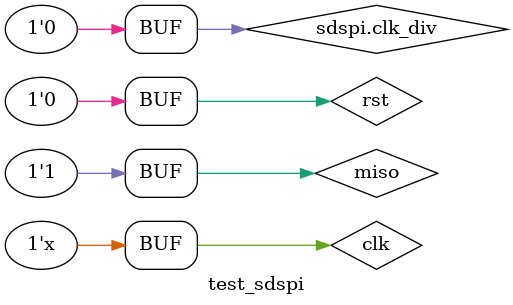
<source format=v>

/*
 *  Copyright (c) 2009  Zeus Gomez Marmolejo <zeus@opencores.org>
 *
 *  This file is part of the Zet processor. This processor is free
 *  hardware; you can redistribute it and/or modify it under the terms of
 *  the GNU General Public License as published by the Free Software
 *  Foundation; either version 3, or (at your option) any later version.
 *
 *  Zet is distrubuted in the hope that it will be useful, but WITHOUT
 *  ANY WARRANTY; without even the implied warranty of MERCHANTABILITY
 *  or FITNESS FOR A PARTICULAR PURPOSE. See the GNU General Public
 *  License for more details.
 *
 *  You should have received a copy of the GNU General Public License
 *  along with Zet; see the file COPYING. If not, see
 *  <http://www.gnu.org/licenses/>.
 */

`timescale 1ns/10ps

module test_sdspi;

  // Registers and nets
  wire sclk;
  reg  miso;
  wire mosi;
  wire ss;

  reg        clk;
  reg        rst;
  reg  [8:0] dat_i;
  wire [7:0] dat_o;
  reg        we;
  reg  [1:0] sel;
  reg        stb;
  wire       ack;
  reg  [7:0] data;

  reg  [7:0] st;

  // Module instantiations
  sdspi sdspi (
    // Serial pad signal
    .sclk (sclk),
    .miso (miso),
    .mosi (mosi),
    .ss   (ss),

    // Wishbone slave interface
    .wb_clk_i (clk),
    .wb_rst_i (rst),
    .wb_dat_i (dat_i),
    .wb_dat_o (dat_o),
    .wb_we_i  (we),
    .wb_sel_i (sel),
    .wb_stb_i (stb),
    .wb_cyc_i (stb),
    .wb_ack_o (ack)
  );

  // Behaviour
  always @(posedge clk)
    if (rst)
      begin
        dat_i <= 9'h0;
        we    <= 1'b0;
        sel   <= 2'b00;
        stb   <= 1'b0;
        st    <= 8'h0;
      end
    else
      case (st)
        8'h0:
          begin
            dat_i <= 9'h55;
            we    <= 1'b1;
            sel   <= 2'b01;
            stb   <= 1'b1;
            st    <= 8'h1;
          end
        8'h1:
          if (ack) begin
            dat_i <= 9'hff;
            we    <= 1'b1;
            sel   <= 2'b01;
            stb   <= 1'b1;
            st    <= 8'h2;
          end
        8'h2:
          if (ack) begin
            dat_i <= 9'h0ff;
            we    <= 1'b1;
            sel   <= 2'b11;
            stb   <= 1'b1;
            st    <= 8'h3;
          end
        8'h3:
          if (ack) begin
            dat_i <= 9'h40;
            we    <= 1'b1;
            sel   <= 2'b01;
            stb   <= 1'b1;
            st    <= 8'h4;
          end
        8'h4:
          if (ack) begin
            dat_i <= 9'h00;
            we    <= 1'b1;
            sel   <= 2'b01;
            stb   <= 1'b1;
            st    <= 8'h14;
          end
        8'h14:
          if (ack) begin
            dat_i <= 9'h00;
            we    <= 1'b1;
            sel   <= 2'b01;
            stb   <= 1'b0;
            st    <= 8'h5;
          end
        8'h5:
          begin
            dat_i <= 9'h00;
            we    <= 1'b1;
            sel   <= 2'b01;
            stb   <= 1'b1;
            st    <= 8'h6;
          end
        8'h6:
          if (ack) begin
            dat_i <= 9'h00;
            we    <= 1'b1;
            sel   <= 2'b01;
            stb   <= 1'b1;
            st    <= 8'h7;
          end
        8'h7:
          if (ack) begin
            dat_i <= 9'h00;
            we    <= 1'b1;
            sel   <= 2'b01;
            stb   <= 1'b1;
            st    <= 8'h8;
          end
        8'h8:
          if (ack) begin
            dat_i <= 9'h95;
            we    <= 1'b1;
            sel   <= 2'b01;
            stb   <= 1'b1;
            st    <= 8'h9;
          end
        8'h9:
          if (ack) begin
            dat_i <= 9'hff;
            we    <= 1'b1;
            sel   <= 2'b01;
            stb   <= 1'b1;
            st    <= 8'd10;
          end
        8'd10:
          if (ack) begin
            dat_i <= 9'hff;
            we    <= 1'b0;
            sel   <= 2'b01;
            stb   <= 1'b1;
            st    <= 8'd11;
          end
        8'd11:
          if (ack) begin
            dat_i <= 9'hff;
            we    <= 1'b0;
            sel   <= 2'b01;
            stb   <= 1'b0;
            st    <= 8'd12;
            data  <= dat_o;
          end
      endcase

  always #40 clk <= !clk;

  initial
    begin
      clk   <= 1'b0;
      rst   <= 1'b1;
      miso  <= 1'b1;
      sdspi.clk_div <= 2'b00;

      #400 rst  <= 1'b0;
    end

  initial
    begin
      #26440 miso <= 1'b1;
      #320   miso <= 1'b1;
      #320   miso <= 1'b1;
      #320   miso <= 1'b0;
      #320   miso <= 1'b1;
      #320   miso <= 1'b0;
      #320   miso <= 1'b1;
      #320   miso <= 1'b1;

    end
endmodule

</source>
